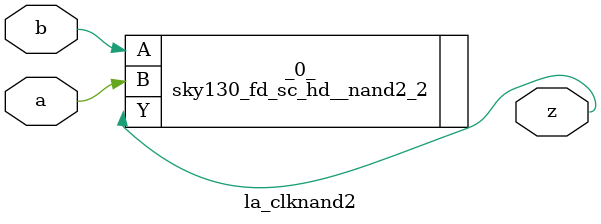
<source format=v>

module la_clknand2(a, b, z);
  input a;
  input b;
  output z;
  sky130_fd_sc_hd__nand2_2 _0_ (
    .A(b),
    .B(a),
    .Y(z)
  );
endmodule

</source>
